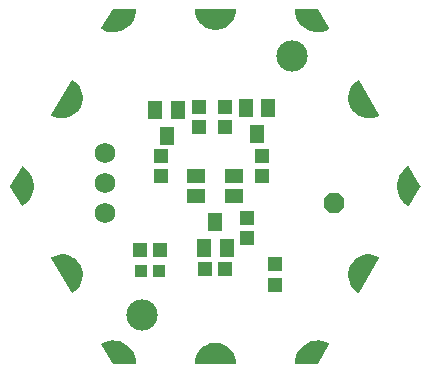
<source format=gbr>
G04 EAGLE Gerber RS-274X export*
G75*
%MOMM*%
%FSLAX34Y34*%
%LPD*%
%INSoldermask Top*%
%IPPOS*%
%AMOC8*
5,1,8,0,0,1.08239X$1,22.5*%
G01*
%ADD10C,2.643200*%
%ADD11C,1.203200*%
%ADD12R,1.581200X1.283200*%
%ADD13R,1.203200X1.603200*%
%ADD14R,1.303200X1.203200*%
%ADD15R,1.203200X1.303200*%
%ADD16R,1.003200X1.003200*%
%ADD17P,1.869504X8X22.500000*%
%ADD18C,1.727200*%

G36*
X17029Y-1268D02*
X17029Y-1268D01*
X17058Y-1271D01*
X17125Y-1249D01*
X17195Y-1235D01*
X17219Y-1218D01*
X17247Y-1209D01*
X17300Y-1162D01*
X17359Y-1122D01*
X17375Y-1098D01*
X17397Y-1078D01*
X17428Y-1014D01*
X17466Y-955D01*
X17471Y-926D01*
X17483Y-900D01*
X17492Y-800D01*
X17499Y-758D01*
X17496Y-748D01*
X17498Y-734D01*
X17266Y2064D01*
X17256Y2098D01*
X17252Y2146D01*
X16563Y4867D01*
X16548Y4899D01*
X16536Y4945D01*
X15408Y7517D01*
X15388Y7545D01*
X15369Y7589D01*
X13833Y9940D01*
X13809Y9964D01*
X13783Y10005D01*
X11881Y12070D01*
X11853Y12091D01*
X11820Y12126D01*
X9605Y13851D01*
X9574Y13866D01*
X9536Y13896D01*
X7066Y15232D01*
X7033Y15242D01*
X6991Y15265D01*
X5805Y15673D01*
X4351Y16172D01*
X4350Y16172D01*
X4335Y16177D01*
X4301Y16182D01*
X4255Y16197D01*
X1486Y16659D01*
X1451Y16658D01*
X1404Y16666D01*
X-1404Y16666D01*
X-1438Y16659D01*
X-1486Y16659D01*
X-4255Y16197D01*
X-4288Y16185D01*
X-4335Y16177D01*
X-6991Y15265D01*
X-7021Y15248D01*
X-7066Y15232D01*
X-9536Y13896D01*
X-9562Y13874D01*
X-9605Y13851D01*
X-11820Y12126D01*
X-11843Y12100D01*
X-11881Y12070D01*
X-13783Y10005D01*
X-13801Y9975D01*
X-13833Y9940D01*
X-15369Y7589D01*
X-15382Y7557D01*
X-15408Y7517D01*
X-16536Y4945D01*
X-16543Y4912D01*
X-16546Y4905D01*
X-16552Y4896D01*
X-16553Y4890D01*
X-16563Y4867D01*
X-17252Y2146D01*
X-17254Y2111D01*
X-17266Y2064D01*
X-17498Y-734D01*
X-17494Y-763D01*
X-17499Y-792D01*
X-17483Y-861D01*
X-17474Y-931D01*
X-17460Y-957D01*
X-17453Y-985D01*
X-17411Y-1042D01*
X-17376Y-1104D01*
X-17352Y-1122D01*
X-17335Y-1145D01*
X-17274Y-1181D01*
X-17217Y-1224D01*
X-17189Y-1232D01*
X-17164Y-1247D01*
X-17066Y-1263D01*
X-17025Y-1274D01*
X-17014Y-1272D01*
X-17000Y-1274D01*
X17000Y-1274D01*
X17029Y-1268D01*
G37*
G36*
X1438Y281791D02*
X1438Y281791D01*
X1486Y281791D01*
X4255Y282253D01*
X4288Y282265D01*
X4335Y282273D01*
X6991Y283185D01*
X7021Y283202D01*
X7066Y283218D01*
X9536Y284554D01*
X9562Y284576D01*
X9605Y284599D01*
X11820Y286324D01*
X11843Y286350D01*
X11881Y286380D01*
X13783Y288445D01*
X13801Y288475D01*
X13833Y288510D01*
X15369Y290861D01*
X15382Y290893D01*
X15408Y290933D01*
X16536Y293505D01*
X16543Y293538D01*
X16563Y293583D01*
X17252Y296304D01*
X17254Y296339D01*
X17266Y296386D01*
X17498Y299184D01*
X17494Y299213D01*
X17499Y299242D01*
X17483Y299311D01*
X17474Y299381D01*
X17460Y299407D01*
X17453Y299435D01*
X17411Y299492D01*
X17376Y299554D01*
X17352Y299572D01*
X17335Y299595D01*
X17274Y299631D01*
X17217Y299674D01*
X17189Y299682D01*
X17164Y299697D01*
X17066Y299713D01*
X17025Y299724D01*
X17014Y299722D01*
X17000Y299724D01*
X-17000Y299724D01*
X-17029Y299718D01*
X-17058Y299721D01*
X-17125Y299699D01*
X-17195Y299685D01*
X-17219Y299668D01*
X-17247Y299659D01*
X-17300Y299612D01*
X-17359Y299572D01*
X-17375Y299548D01*
X-17397Y299528D01*
X-17428Y299464D01*
X-17466Y299405D01*
X-17471Y299376D01*
X-17483Y299350D01*
X-17492Y299250D01*
X-17499Y299208D01*
X-17496Y299198D01*
X-17498Y299184D01*
X-17266Y296386D01*
X-17256Y296352D01*
X-17252Y296304D01*
X-16563Y293583D01*
X-16548Y293551D01*
X-16536Y293505D01*
X-15408Y290933D01*
X-15388Y290905D01*
X-15369Y290861D01*
X-13833Y288510D01*
X-13809Y288486D01*
X-13783Y288445D01*
X-11881Y286380D01*
X-11853Y286359D01*
X-11820Y286324D01*
X-9605Y284599D01*
X-9574Y284584D01*
X-9536Y284554D01*
X-7066Y283218D01*
X-7033Y283208D01*
X-6991Y283185D01*
X-4335Y282273D01*
X-4301Y282269D01*
X-4255Y282253D01*
X-1486Y281791D01*
X-1451Y281792D01*
X-1404Y281784D01*
X1404Y281784D01*
X1438Y281791D01*
G37*
G36*
X-121393Y59035D02*
X-121393Y59035D01*
X-121322Y59032D01*
X-121295Y59042D01*
X-121266Y59044D01*
X-121176Y59086D01*
X-121136Y59101D01*
X-121128Y59109D01*
X-121115Y59115D01*
X-118812Y60714D01*
X-118788Y60740D01*
X-118748Y60767D01*
X-116739Y62724D01*
X-116720Y62753D01*
X-116685Y62786D01*
X-115026Y65047D01*
X-115011Y65078D01*
X-114982Y65117D01*
X-113718Y67620D01*
X-113709Y67654D01*
X-113687Y67697D01*
X-112851Y70374D01*
X-112848Y70408D01*
X-112833Y70454D01*
X-112450Y73233D01*
X-112452Y73267D01*
X-112446Y73315D01*
X-112525Y76118D01*
X-112533Y76152D01*
X-112534Y76200D01*
X-113073Y78952D01*
X-113087Y78984D01*
X-113096Y79032D01*
X-114081Y81657D01*
X-114096Y81682D01*
X-114101Y81702D01*
X-114109Y81713D01*
X-114116Y81732D01*
X-115520Y84160D01*
X-115543Y84186D01*
X-115567Y84228D01*
X-117351Y86391D01*
X-117378Y86413D01*
X-117409Y86450D01*
X-119525Y88291D01*
X-119555Y88308D01*
X-119591Y88340D01*
X-121982Y89807D01*
X-122014Y89818D01*
X-122055Y89844D01*
X-124654Y90897D01*
X-124688Y90904D01*
X-124733Y90922D01*
X-127470Y91533D01*
X-127505Y91534D01*
X-127552Y91545D01*
X-130352Y91697D01*
X-130386Y91692D01*
X-130434Y91695D01*
X-133222Y91385D01*
X-133255Y91374D01*
X-133303Y91369D01*
X-136001Y90604D01*
X-136031Y90588D01*
X-136078Y90575D01*
X-138613Y89376D01*
X-138637Y89359D01*
X-138664Y89349D01*
X-138716Y89300D01*
X-138773Y89257D01*
X-138787Y89232D01*
X-138809Y89212D01*
X-138837Y89147D01*
X-138873Y89086D01*
X-138876Y89057D01*
X-138888Y89030D01*
X-138889Y88959D01*
X-138898Y88888D01*
X-138890Y88860D01*
X-138890Y88831D01*
X-138856Y88738D01*
X-138844Y88697D01*
X-138837Y88688D01*
X-138832Y88675D01*
X-121832Y59275D01*
X-121813Y59253D01*
X-121800Y59227D01*
X-121747Y59179D01*
X-121700Y59126D01*
X-121674Y59114D01*
X-121652Y59094D01*
X-121585Y59071D01*
X-121521Y59041D01*
X-121492Y59039D01*
X-121464Y59030D01*
X-121393Y59035D01*
G37*
G36*
X130386Y206758D02*
X130386Y206758D01*
X130434Y206755D01*
X133222Y207065D01*
X133255Y207076D01*
X133303Y207081D01*
X136001Y207846D01*
X136031Y207862D01*
X136078Y207875D01*
X138613Y209074D01*
X138637Y209091D01*
X138664Y209101D01*
X138716Y209150D01*
X138773Y209193D01*
X138787Y209218D01*
X138809Y209238D01*
X138837Y209303D01*
X138873Y209365D01*
X138876Y209393D01*
X138888Y209420D01*
X138889Y209491D01*
X138898Y209562D01*
X138890Y209590D01*
X138890Y209619D01*
X138856Y209712D01*
X138844Y209753D01*
X138837Y209762D01*
X138832Y209775D01*
X121832Y239175D01*
X121813Y239197D01*
X121800Y239223D01*
X121747Y239271D01*
X121700Y239324D01*
X121674Y239336D01*
X121652Y239356D01*
X121585Y239379D01*
X121521Y239409D01*
X121492Y239411D01*
X121464Y239420D01*
X121393Y239415D01*
X121322Y239418D01*
X121295Y239408D01*
X121266Y239406D01*
X121176Y239364D01*
X121136Y239349D01*
X121128Y239341D01*
X121115Y239335D01*
X118812Y237736D01*
X118788Y237711D01*
X118748Y237683D01*
X116739Y235726D01*
X116720Y235697D01*
X116685Y235664D01*
X115026Y233403D01*
X115011Y233372D01*
X114982Y233333D01*
X113718Y230830D01*
X113709Y230796D01*
X113687Y230753D01*
X112851Y228076D01*
X112848Y228042D01*
X112833Y227996D01*
X112450Y225217D01*
X112452Y225183D01*
X112446Y225135D01*
X112525Y222332D01*
X112533Y222298D01*
X112534Y222250D01*
X113073Y219498D01*
X113087Y219466D01*
X113096Y219418D01*
X114081Y216793D01*
X114099Y216763D01*
X114116Y216718D01*
X115520Y214290D01*
X115543Y214264D01*
X115567Y214223D01*
X117351Y212059D01*
X117378Y212037D01*
X117409Y212000D01*
X119525Y210159D01*
X119555Y210142D01*
X119591Y210111D01*
X121982Y208643D01*
X122014Y208632D01*
X122055Y208606D01*
X124654Y207553D01*
X124688Y207546D01*
X124733Y207528D01*
X127470Y206917D01*
X127505Y206916D01*
X127552Y206905D01*
X130352Y206753D01*
X130386Y206758D01*
G37*
G36*
X121426Y59036D02*
X121426Y59036D01*
X121497Y59035D01*
X121524Y59046D01*
X121553Y59050D01*
X121615Y59084D01*
X121680Y59112D01*
X121701Y59133D01*
X121726Y59147D01*
X121789Y59223D01*
X121819Y59254D01*
X121823Y59264D01*
X121832Y59275D01*
X138832Y88675D01*
X138841Y88703D01*
X138858Y88727D01*
X138873Y88796D01*
X138895Y88864D01*
X138893Y88893D01*
X138899Y88921D01*
X138886Y88991D01*
X138880Y89062D01*
X138867Y89088D01*
X138861Y89116D01*
X138821Y89175D01*
X138789Y89238D01*
X138766Y89257D01*
X138750Y89281D01*
X138668Y89338D01*
X138635Y89365D01*
X138625Y89368D01*
X138613Y89376D01*
X136078Y90575D01*
X136044Y90583D01*
X136001Y90604D01*
X133303Y91369D01*
X133268Y91371D01*
X133222Y91385D01*
X130434Y91695D01*
X130400Y91692D01*
X130352Y91697D01*
X127552Y91545D01*
X127518Y91536D01*
X127470Y91533D01*
X124733Y90922D01*
X124701Y90908D01*
X124654Y90897D01*
X122055Y89844D01*
X122026Y89825D01*
X121982Y89807D01*
X119591Y88340D01*
X119566Y88316D01*
X119525Y88291D01*
X117409Y86450D01*
X117388Y86423D01*
X117351Y86391D01*
X115567Y84228D01*
X115551Y84197D01*
X115520Y84160D01*
X114116Y81732D01*
X114105Y81699D01*
X114098Y81686D01*
X114088Y81672D01*
X114088Y81669D01*
X114081Y81657D01*
X113096Y79032D01*
X113090Y78997D01*
X113073Y78952D01*
X112534Y76200D01*
X112534Y76166D01*
X112525Y76118D01*
X112446Y73315D01*
X112452Y73281D01*
X112450Y73233D01*
X112833Y70454D01*
X112845Y70422D01*
X112851Y70374D01*
X113687Y67697D01*
X113704Y67666D01*
X113718Y67620D01*
X114982Y65117D01*
X115004Y65090D01*
X115026Y65047D01*
X116685Y62786D01*
X116711Y62763D01*
X116739Y62724D01*
X118748Y60767D01*
X118777Y60748D01*
X118812Y60714D01*
X121115Y59115D01*
X121142Y59103D01*
X121165Y59085D01*
X121233Y59064D01*
X121298Y59036D01*
X121327Y59036D01*
X121355Y59028D01*
X121426Y59036D01*
G37*
G36*
X-127552Y206905D02*
X-127552Y206905D01*
X-127518Y206914D01*
X-127470Y206917D01*
X-124733Y207528D01*
X-124701Y207542D01*
X-124654Y207553D01*
X-122055Y208606D01*
X-122026Y208625D01*
X-121982Y208643D01*
X-119591Y210111D01*
X-119566Y210134D01*
X-119525Y210159D01*
X-117409Y212000D01*
X-117388Y212027D01*
X-117351Y212059D01*
X-115567Y214223D01*
X-115551Y214253D01*
X-115520Y214290D01*
X-114116Y216718D01*
X-114105Y216751D01*
X-114081Y216793D01*
X-113096Y219418D01*
X-113090Y219453D01*
X-113073Y219498D01*
X-112534Y222250D01*
X-112534Y222285D01*
X-112525Y222332D01*
X-112446Y225135D01*
X-112452Y225169D01*
X-112450Y225217D01*
X-112833Y227996D01*
X-112845Y228028D01*
X-112851Y228076D01*
X-113687Y230753D01*
X-113704Y230784D01*
X-113718Y230830D01*
X-114982Y233333D01*
X-115004Y233360D01*
X-115026Y233403D01*
X-116685Y235664D01*
X-116711Y235687D01*
X-116739Y235726D01*
X-118748Y237683D01*
X-118777Y237702D01*
X-118812Y237736D01*
X-121115Y239335D01*
X-121142Y239347D01*
X-121165Y239365D01*
X-121233Y239386D01*
X-121298Y239414D01*
X-121327Y239414D01*
X-121355Y239422D01*
X-121426Y239414D01*
X-121497Y239415D01*
X-121524Y239404D01*
X-121553Y239400D01*
X-121615Y239366D01*
X-121680Y239338D01*
X-121701Y239317D01*
X-121726Y239303D01*
X-121789Y239227D01*
X-121819Y239196D01*
X-121823Y239186D01*
X-121832Y239175D01*
X-138832Y209775D01*
X-138841Y209747D01*
X-138858Y209723D01*
X-138873Y209654D01*
X-138895Y209586D01*
X-138893Y209557D01*
X-138899Y209529D01*
X-138886Y209459D01*
X-138880Y209388D01*
X-138867Y209362D01*
X-138861Y209334D01*
X-138821Y209275D01*
X-138789Y209212D01*
X-138766Y209193D01*
X-138750Y209169D01*
X-138668Y209112D01*
X-138635Y209085D01*
X-138625Y209082D01*
X-138613Y209074D01*
X-136078Y207875D01*
X-136044Y207867D01*
X-136001Y207846D01*
X-133303Y207081D01*
X-133268Y207079D01*
X-133222Y207065D01*
X-130434Y206755D01*
X-130400Y206758D01*
X-130352Y206753D01*
X-127552Y206905D01*
G37*
G36*
X163727Y132236D02*
X163727Y132236D01*
X163798Y132236D01*
X163825Y132247D01*
X163854Y132250D01*
X163916Y132285D01*
X163981Y132313D01*
X164002Y132333D01*
X164027Y132348D01*
X164090Y132425D01*
X164120Y132455D01*
X164124Y132465D01*
X164133Y132476D01*
X173633Y148976D01*
X173643Y149008D01*
X173652Y149021D01*
X173656Y149045D01*
X173657Y149049D01*
X173688Y149119D01*
X173688Y149143D01*
X173696Y149165D01*
X173690Y149241D01*
X173691Y149318D01*
X173681Y149342D01*
X173680Y149363D01*
X173659Y149402D01*
X173633Y149474D01*
X164133Y165974D01*
X164114Y165996D01*
X164101Y166022D01*
X164048Y166070D01*
X164001Y166123D01*
X163975Y166136D01*
X163954Y166155D01*
X163886Y166178D01*
X163822Y166209D01*
X163793Y166211D01*
X163766Y166220D01*
X163694Y166215D01*
X163623Y166218D01*
X163596Y166208D01*
X163567Y166206D01*
X163477Y166164D01*
X163437Y166149D01*
X163429Y166142D01*
X163416Y166136D01*
X160893Y164394D01*
X160869Y164370D01*
X160831Y164343D01*
X158619Y162219D01*
X158600Y162191D01*
X158566Y162159D01*
X156724Y159708D01*
X156710Y159677D01*
X156681Y159640D01*
X155256Y156925D01*
X155247Y156894D01*
X155231Y156869D01*
X155230Y156861D01*
X155225Y156851D01*
X154254Y153943D01*
X154250Y153909D01*
X154235Y153865D01*
X153743Y150838D01*
X153744Y150804D01*
X153736Y150758D01*
X153736Y147692D01*
X153737Y147688D01*
X153737Y147686D01*
X153743Y147659D01*
X153743Y147612D01*
X154235Y144585D01*
X154247Y144554D01*
X154254Y144507D01*
X155225Y141599D01*
X155242Y141570D01*
X155256Y141525D01*
X156681Y138810D01*
X156703Y138784D01*
X156724Y138742D01*
X158566Y136291D01*
X158591Y136268D01*
X158619Y136231D01*
X160831Y134107D01*
X160859Y134089D01*
X160893Y134056D01*
X163416Y132314D01*
X163443Y132303D01*
X163465Y132284D01*
X163534Y132264D01*
X163599Y132236D01*
X163628Y132236D01*
X163656Y132228D01*
X163727Y132236D01*
G37*
G36*
X-163694Y132235D02*
X-163694Y132235D01*
X-163623Y132232D01*
X-163596Y132242D01*
X-163567Y132244D01*
X-163477Y132286D01*
X-163437Y132301D01*
X-163429Y132308D01*
X-163416Y132314D01*
X-160893Y134056D01*
X-160869Y134080D01*
X-160831Y134107D01*
X-158619Y136231D01*
X-158600Y136259D01*
X-158566Y136291D01*
X-156724Y138742D01*
X-156710Y138773D01*
X-156681Y138810D01*
X-155256Y141525D01*
X-155247Y141558D01*
X-155225Y141599D01*
X-154254Y144507D01*
X-154250Y144541D01*
X-154235Y144585D01*
X-153743Y147612D01*
X-153744Y147646D01*
X-153736Y147692D01*
X-153736Y150758D01*
X-153743Y150791D01*
X-153743Y150838D01*
X-154235Y153865D01*
X-154247Y153896D01*
X-154254Y153943D01*
X-155225Y156851D01*
X-155238Y156874D01*
X-155244Y156899D01*
X-155251Y156908D01*
X-155256Y156925D01*
X-156681Y159640D01*
X-156703Y159666D01*
X-156724Y159708D01*
X-158566Y162159D01*
X-158591Y162182D01*
X-158619Y162219D01*
X-160831Y164343D01*
X-160859Y164361D01*
X-160893Y164394D01*
X-163416Y166136D01*
X-163443Y166147D01*
X-163465Y166166D01*
X-163534Y166186D01*
X-163599Y166214D01*
X-163628Y166214D01*
X-163656Y166222D01*
X-163727Y166214D01*
X-163798Y166215D01*
X-163825Y166203D01*
X-163854Y166200D01*
X-163916Y166165D01*
X-163981Y166137D01*
X-164002Y166117D01*
X-164027Y166102D01*
X-164090Y166025D01*
X-164120Y165995D01*
X-164124Y165985D01*
X-164133Y165974D01*
X-173633Y149474D01*
X-173657Y149401D01*
X-173688Y149331D01*
X-173688Y149307D01*
X-173696Y149285D01*
X-173690Y149209D01*
X-173691Y149132D01*
X-173681Y149108D01*
X-173680Y149087D01*
X-173659Y149048D01*
X-173640Y148996D01*
X-173639Y148990D01*
X-173637Y148988D01*
X-173633Y148976D01*
X-164133Y132476D01*
X-164114Y132454D01*
X-164101Y132428D01*
X-164048Y132380D01*
X-164001Y132327D01*
X-163975Y132314D01*
X-163954Y132295D01*
X-163886Y132272D01*
X-163822Y132241D01*
X-163793Y132240D01*
X-163766Y132230D01*
X-163694Y132235D01*
G37*
G36*
X86676Y-1259D02*
X86676Y-1259D01*
X86754Y-1250D01*
X86773Y-1239D01*
X86795Y-1235D01*
X86859Y-1191D01*
X86927Y-1152D01*
X86943Y-1133D01*
X86959Y-1122D01*
X86983Y-1084D01*
X87033Y-1024D01*
X96533Y15476D01*
X96542Y15503D01*
X96558Y15527D01*
X96573Y15597D01*
X96596Y15665D01*
X96593Y15693D01*
X96599Y15721D01*
X96586Y15792D01*
X96580Y15863D01*
X96567Y15888D01*
X96561Y15916D01*
X96521Y15976D01*
X96488Y16039D01*
X96466Y16057D01*
X96450Y16081D01*
X96367Y16139D01*
X96335Y16166D01*
X96324Y16169D01*
X96314Y16176D01*
X93548Y17485D01*
X93515Y17493D01*
X93472Y17513D01*
X90532Y18361D01*
X90498Y18364D01*
X90454Y18377D01*
X87416Y18742D01*
X87382Y18739D01*
X87335Y18745D01*
X84278Y18618D01*
X84245Y18610D01*
X84198Y18609D01*
X81201Y17993D01*
X81170Y17980D01*
X81124Y17971D01*
X78264Y16882D01*
X78236Y16864D01*
X78192Y16848D01*
X75544Y15314D01*
X75518Y15292D01*
X75478Y15269D01*
X73110Y13331D01*
X73088Y13304D01*
X73052Y13275D01*
X71025Y10982D01*
X71009Y10953D01*
X70977Y10918D01*
X69345Y8330D01*
X69333Y8298D01*
X69308Y8259D01*
X68112Y5442D01*
X68105Y5409D01*
X68102Y5402D01*
X68098Y5396D01*
X68097Y5390D01*
X68086Y5366D01*
X67358Y2394D01*
X67356Y2360D01*
X67345Y2315D01*
X67102Y-735D01*
X67106Y-764D01*
X67101Y-792D01*
X67118Y-861D01*
X67126Y-933D01*
X67141Y-957D01*
X67147Y-985D01*
X67190Y-1043D01*
X67226Y-1105D01*
X67248Y-1122D01*
X67265Y-1145D01*
X67327Y-1182D01*
X67384Y-1225D01*
X67412Y-1232D01*
X67436Y-1247D01*
X67536Y-1263D01*
X67577Y-1274D01*
X67587Y-1272D01*
X67600Y-1274D01*
X86600Y-1274D01*
X86676Y-1259D01*
G37*
G36*
X-67572Y-1269D02*
X-67572Y-1269D01*
X-67544Y-1271D01*
X-67476Y-1249D01*
X-67405Y-1235D01*
X-67382Y-1219D01*
X-67355Y-1210D01*
X-67300Y-1163D01*
X-67241Y-1122D01*
X-67226Y-1098D01*
X-67205Y-1080D01*
X-67173Y-1015D01*
X-67134Y-955D01*
X-67129Y-927D01*
X-67117Y-901D01*
X-67108Y-799D01*
X-67101Y-758D01*
X-67103Y-748D01*
X-67102Y-735D01*
X-67345Y2315D01*
X-67354Y2347D01*
X-67358Y2394D01*
X-68086Y5366D01*
X-68101Y5397D01*
X-68112Y5442D01*
X-69308Y8259D01*
X-69327Y8287D01*
X-69345Y8330D01*
X-70977Y10918D01*
X-71001Y10942D01*
X-71025Y10982D01*
X-73052Y13275D01*
X-73079Y13295D01*
X-73110Y13331D01*
X-75478Y15269D01*
X-75508Y15285D01*
X-75544Y15314D01*
X-78192Y16848D01*
X-78224Y16858D01*
X-78264Y16882D01*
X-81124Y17971D01*
X-81157Y17976D01*
X-81201Y17993D01*
X-84198Y18609D01*
X-84232Y18609D01*
X-84278Y18618D01*
X-87335Y18745D01*
X-87369Y18740D01*
X-87416Y18742D01*
X-90454Y18377D01*
X-90486Y18366D01*
X-90532Y18361D01*
X-93472Y17513D01*
X-93502Y17497D01*
X-93548Y17485D01*
X-96314Y16176D01*
X-96336Y16159D01*
X-96363Y16149D01*
X-96415Y16100D01*
X-96473Y16057D01*
X-96487Y16032D01*
X-96508Y16013D01*
X-96537Y15947D01*
X-96573Y15885D01*
X-96576Y15857D01*
X-96588Y15831D01*
X-96589Y15759D01*
X-96598Y15688D01*
X-96590Y15661D01*
X-96591Y15632D01*
X-96555Y15537D01*
X-96544Y15497D01*
X-96537Y15488D01*
X-96533Y15476D01*
X-87033Y-1024D01*
X-86981Y-1082D01*
X-86935Y-1145D01*
X-86916Y-1156D01*
X-86901Y-1173D01*
X-86831Y-1207D01*
X-86764Y-1247D01*
X-86740Y-1251D01*
X-86722Y-1259D01*
X-86677Y-1261D01*
X-86600Y-1274D01*
X-67600Y-1274D01*
X-67572Y-1269D01*
G37*
G36*
X87369Y279710D02*
X87369Y279710D01*
X87416Y279708D01*
X90454Y280073D01*
X90486Y280084D01*
X90532Y280089D01*
X93472Y280937D01*
X93502Y280953D01*
X93548Y280965D01*
X96314Y282274D01*
X96336Y282291D01*
X96363Y282301D01*
X96415Y282350D01*
X96473Y282393D01*
X96487Y282418D01*
X96508Y282437D01*
X96537Y282503D01*
X96573Y282565D01*
X96576Y282593D01*
X96588Y282619D01*
X96589Y282691D01*
X96598Y282762D01*
X96590Y282789D01*
X96591Y282818D01*
X96555Y282913D01*
X96544Y282953D01*
X96537Y282962D01*
X96533Y282974D01*
X87033Y299474D01*
X86981Y299533D01*
X86935Y299595D01*
X86916Y299606D01*
X86901Y299623D01*
X86831Y299657D01*
X86764Y299697D01*
X86740Y299701D01*
X86722Y299709D01*
X86677Y299711D01*
X86600Y299724D01*
X67600Y299724D01*
X67572Y299719D01*
X67544Y299721D01*
X67476Y299699D01*
X67405Y299685D01*
X67382Y299669D01*
X67355Y299660D01*
X67300Y299613D01*
X67241Y299572D01*
X67226Y299548D01*
X67205Y299530D01*
X67173Y299465D01*
X67134Y299405D01*
X67129Y299377D01*
X67117Y299351D01*
X67108Y299250D01*
X67101Y299208D01*
X67103Y299198D01*
X67102Y299185D01*
X67345Y296135D01*
X67354Y296103D01*
X67358Y296056D01*
X68086Y293084D01*
X68101Y293053D01*
X68112Y293008D01*
X69308Y290191D01*
X69327Y290163D01*
X69345Y290120D01*
X70977Y287532D01*
X71001Y287508D01*
X71025Y287468D01*
X73052Y285175D01*
X73079Y285155D01*
X73110Y285119D01*
X75478Y283181D01*
X75508Y283165D01*
X75544Y283136D01*
X78192Y281603D01*
X78224Y281592D01*
X78264Y281568D01*
X81124Y280480D01*
X81157Y280474D01*
X81201Y280457D01*
X84198Y279841D01*
X84232Y279841D01*
X84278Y279832D01*
X87335Y279705D01*
X87369Y279710D01*
G37*
G36*
X-84278Y279832D02*
X-84278Y279832D01*
X-84245Y279840D01*
X-84198Y279841D01*
X-81201Y280457D01*
X-81170Y280470D01*
X-81124Y280480D01*
X-78264Y281568D01*
X-78236Y281586D01*
X-78192Y281603D01*
X-75544Y283136D01*
X-75518Y283158D01*
X-75478Y283181D01*
X-73110Y285119D01*
X-73088Y285146D01*
X-73052Y285175D01*
X-71025Y287468D01*
X-71009Y287497D01*
X-70977Y287532D01*
X-69345Y290120D01*
X-69333Y290152D01*
X-69308Y290191D01*
X-68112Y293008D01*
X-68105Y293041D01*
X-68086Y293084D01*
X-67358Y296056D01*
X-67356Y296090D01*
X-67345Y296135D01*
X-67102Y299185D01*
X-67106Y299214D01*
X-67101Y299242D01*
X-67118Y299311D01*
X-67126Y299383D01*
X-67141Y299407D01*
X-67147Y299435D01*
X-67190Y299493D01*
X-67226Y299555D01*
X-67248Y299572D01*
X-67265Y299595D01*
X-67327Y299632D01*
X-67384Y299675D01*
X-67412Y299682D01*
X-67436Y299697D01*
X-67536Y299713D01*
X-67577Y299724D01*
X-67587Y299722D01*
X-67600Y299724D01*
X-86600Y299724D01*
X-86676Y299709D01*
X-86754Y299700D01*
X-86773Y299689D01*
X-86795Y299685D01*
X-86859Y299641D01*
X-86927Y299602D01*
X-86943Y299583D01*
X-86959Y299572D01*
X-86983Y299534D01*
X-87033Y299474D01*
X-96533Y282974D01*
X-96542Y282947D01*
X-96558Y282923D01*
X-96573Y282853D01*
X-96596Y282785D01*
X-96593Y282757D01*
X-96599Y282729D01*
X-96586Y282659D01*
X-96580Y282587D01*
X-96567Y282562D01*
X-96561Y282534D01*
X-96521Y282474D01*
X-96488Y282411D01*
X-96466Y282393D01*
X-96450Y282369D01*
X-96367Y282311D01*
X-96335Y282284D01*
X-96324Y282281D01*
X-96314Y282274D01*
X-93548Y280965D01*
X-93515Y280957D01*
X-93472Y280937D01*
X-90532Y280089D01*
X-90498Y280086D01*
X-90454Y280073D01*
X-87416Y279708D01*
X-87382Y279711D01*
X-87335Y279705D01*
X-84278Y279832D01*
G37*
D10*
X-62128Y40234D03*
X64745Y259436D03*
D11*
X82600Y292325D03*
X165200Y149225D03*
X82600Y6125D03*
X-82600Y6125D03*
X-165200Y149225D03*
X-82600Y292325D03*
X123900Y220725D03*
X123900Y77725D03*
X0Y6125D03*
X-123900Y77725D03*
X-123900Y220725D03*
X0Y292325D03*
D12*
X-16040Y157725D03*
X-16040Y140725D03*
X16040Y140725D03*
X16040Y157725D03*
D13*
X0Y118950D03*
X9500Y96950D03*
X-9500Y96950D03*
X35263Y193788D03*
X25763Y215788D03*
X44763Y215788D03*
X-41275Y192200D03*
X-50775Y214200D03*
X-31775Y214200D03*
D14*
X-45691Y158188D03*
X-45691Y175188D03*
X39688Y158188D03*
X39688Y175188D03*
X26988Y122800D03*
X26988Y105800D03*
D15*
X8500Y79375D03*
X-8500Y79375D03*
D14*
X8281Y199463D03*
X8281Y216463D03*
X-14285Y199463D03*
X-14285Y216463D03*
D16*
X-48063Y77788D03*
X-63063Y77788D03*
D17*
X100013Y134938D03*
D15*
X-64063Y95250D03*
X-47063Y95250D03*
X50800Y83113D03*
X50800Y66113D03*
D18*
X-93663Y177800D03*
X-93663Y152400D03*
X-93663Y127000D03*
M02*

</source>
